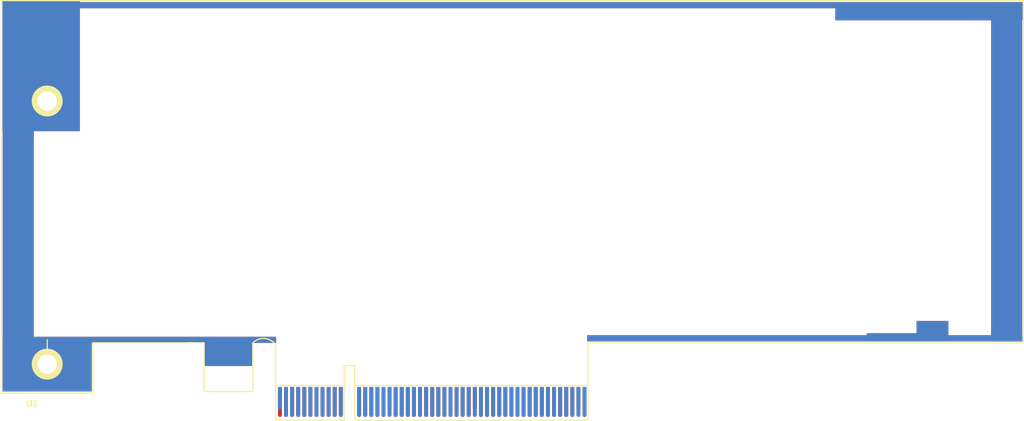
<source format=kicad_pcb>
(kicad_pcb (version 3) (host pcbnew "(2013-07-07 BZR 4022)-stable")

  (general
    (links 0)
    (no_connects 0)
    (area 88.498214 27.98144 338.975375 223.669939)
    (thickness 1.6)
    (drawings 0)
    (tracks 0)
    (zones 0)
    (modules 1)
    (nets 1)
  )

  (page A3)
  (layers
    (15 F.Cu signal)
    (0 B.Cu signal)
    (16 B.Adhes user)
    (17 F.Adhes user)
    (18 B.Paste user)
    (19 F.Paste user)
    (20 B.SilkS user)
    (21 F.SilkS user)
    (22 B.Mask user)
    (23 F.Mask user)
    (24 Dwgs.User user)
    (25 Cmts.User user)
    (26 Eco1.User user)
    (27 Eco2.User user)
    (28 Edge.Cuts user)
  )

  (setup
    (last_trace_width 0.254)
    (trace_clearance 0.254)
    (zone_clearance 0.508)
    (zone_45_only no)
    (trace_min 0.254)
    (segment_width 0.2)
    (edge_width 0.1)
    (via_size 0.889)
    (via_drill 0.635)
    (via_min_size 0.889)
    (via_min_drill 0.508)
    (uvia_size 0.508)
    (uvia_drill 0.127)
    (uvias_allowed no)
    (uvia_min_size 0.508)
    (uvia_min_drill 0.127)
    (pcb_text_width 0.3)
    (pcb_text_size 1.5 1.5)
    (mod_edge_width 0.2)
    (mod_text_size 1 1)
    (mod_text_width 0.15)
    (pad_size 8 4.8)
    (pad_drill 0.6)
    (pad_to_mask_clearance 0)
    (aux_axis_origin 0 0)
    (visible_elements 7FFFFFFF)
    (pcbplotparams
      (layerselection 3178497)
      (usegerberextensions true)
      (excludeedgelayer true)
      (linewidth 0.150000)
      (plotframeref false)
      (viasonmask false)
      (mode 1)
      (useauxorigin false)
      (hpglpennumber 1)
      (hpglpenspeed 20)
      (hpglpendiameter 15)
      (hpglpenoverlay 2)
      (psnegative false)
      (psa4output false)
      (plotreference true)
      (plotvalue true)
      (plotothertext true)
      (plotinvisibletext false)
      (padsonsilk false)
      (subtractmaskfromsilk false)
      (outputformat 1)
      (mirror false)
      (drillshape 1)
      (scaleselection 1)
      (outputdirectory ""))
  )

  (net 0 "")

  (net_class Default "This is the default net class."
    (clearance 0.254)
    (trace_width 0.254)
    (via_dia 0.889)
    (via_drill 0.635)
    (uvia_dia 0.508)
    (uvia_drill 0.127)
    (add_net "")
  )

  (module TOFE_8X_HalfHeight (layer F.Cu) (tedit 561E207C) (tstamp 561E2BAD)
    (at 148.40966 164.6428)
    (path /5603FC64)
    (fp_text reference U? (at 5 1.75) (layer F.SilkS)
      (effects (font (size 1.016 1.016) (thickness 0.254)))
    )
    (fp_text value TOFE_Expansion_Board_8x_HalfHeight (at 27.3685 -11.3665) (layer F.SilkS) hide
      (effects (font (size 1.016 1.016) (thickness 0.254)))
    )
    (fp_line (start 7.5 -4.75) (end 7.5 -8.75) (layer F.SilkS) (width 0.2))
    (fp_line (start 167.75 -64) (end 167.75 -64.5) (layer F.SilkS) (width 0.2))
    (fp_line (start 167.75 -64.5) (end 159 -64.5) (layer F.SilkS) (width 0.2))
    (fp_line (start 159 -64.5) (end 143.75 -64.5) (layer F.SilkS) (width 0.2))
    (fp_line (start 143.75 -64.5) (end 0 -64.5) (layer F.SilkS) (width 0.2))
    (fp_line (start 0 -64.5) (end 0 -64) (layer F.SilkS) (width 0.2))
    (fp_line (start 167.75 -8.25) (end 167.75 -64.25) (layer F.SilkS) (width 0.2))
    (fp_line (start 0 0) (end 0 -64.4) (layer F.SilkS) (width 0.2))
    (fp_line (start 167.5 -8.25) (end 167.75 -8.25) (layer F.SilkS) (width 0.2))
    (fp_line (start 167.75 -8.25) (end 167.75 -8.55) (layer F.SilkS) (width 0.2))
    (fp_line (start 45 4.5) (end 45 -2.5) (layer F.SilkS) (width 0.2))
    (fp_line (start 45 -2.5) (end 45 -8) (layer F.SilkS) (width 0.2))
    (fp_line (start 45 -8) (end 44.75 -8.25) (layer F.SilkS) (width 0.2))
    (fp_arc (start 43 -6.5) (end 41.25 -8.25) (angle 90) (layer F.SilkS) (width 0.2))
    (fp_line (start 96.25 -8.25) (end 167.5 -8.25) (layer F.SilkS) (width 0.2))
    (fp_line (start 96.25 -0.75) (end 96.25 -8.25) (layer F.SilkS) (width 0.2))
    (fp_line (start 33.25 -0.25) (end 41.25 -0.25) (layer F.SilkS) (width 0.2))
    (fp_line (start 41.25 -2) (end 41.25 -0.25) (layer F.SilkS) (width 0.2))
    (fp_line (start 41.25 -2) (end 41.25 -8.25) (layer F.SilkS) (width 0.2))
    (fp_line (start 33.25 -0.25) (end 33.25 -8.25) (layer F.SilkS) (width 0.2))
    (fp_line (start 33.25 -8.25) (end 30.75 -8.25) (layer F.SilkS) (width 0.2))
    (fp_line (start 31.5 -8.25) (end 31 -8.25) (layer F.SilkS) (width 0.2))
    (fp_line (start 0 -0.25) (end 0 0) (layer F.SilkS) (width 0.2))
    (fp_line (start 0 0) (end 15 0) (layer F.SilkS) (width 0.2))
    (fp_line (start 15 0) (end 15 -0.25) (layer F.SilkS) (width 0.2))
    (fp_line (start 15 -0.25) (end 15 -8.25) (layer F.SilkS) (width 0.2))
    (fp_line (start 15 -8.25) (end 31.25 -8.25) (layer F.SilkS) (width 0.2))
    (fp_line (start 96.25 -1.25) (end 58 -1.25) (layer F.SilkS) (width 0.2))
    (fp_line (start 96.25 4.5) (end 96.25 -1.25) (layer F.SilkS) (width 0.2))
    (fp_line (start 58 4.5) (end 96.25 4.5) (layer F.SilkS) (width 0.2))
    (fp_line (start 58 -4.5) (end 58 4.5) (layer F.SilkS) (width 0.2))
    (fp_line (start 56.25 -4.5) (end 58 -4.5) (layer F.SilkS) (width 0.2))
    (fp_line (start 56.25 -4.5) (end 56.25 4.5) (layer F.SilkS) (width 0.2))
    (fp_line (start 56.25 -1.25) (end 45 -1.25) (layer F.SilkS) (width 0.2))
    (fp_line (start 45 4.5) (end 56.25 4.5) (layer F.SilkS) (width 0.2))
    (pad "" connect circle (at 64.6996 3.60124) (size 0.65024 0.65024)
      (layers F.Cu F.Mask)
    )
    (pad B1 connect rect (at 45.7004 1.3) (size 0.65024 4.59994)
      (layers F.Cu B.Mask)
    )
    (pad B2 connect rect (at 46.70116 1.3) (size 0.65024 4.59994)
      (layers F.Cu B.Mask)
    )
    (pad B3 connect rect (at 47.69938 1.3) (size 0.65024 4.59994)
      (layers F.Cu B.Mask)
    )
    (pad B4 connect rect (at 48.70014 1.3) (size 0.65024 4.59994)
      (layers F.Cu B.Mask)
    )
    (pad B5 connect rect (at 49.7009 1.3) (size 0.65024 4.59994)
      (layers F.Cu B.Mask)
    )
    (pad B6 connect rect (at 50.69912 1.3) (size 0.65024 4.59994)
      (layers F.Cu B.Mask)
    )
    (pad B7 connect rect (at 51.69988 1.3) (size 0.65024 4.59994)
      (layers F.Cu B.Mask)
    )
    (pad B8 connect rect (at 52.70064 1.3) (size 0.65024 4.59994)
      (layers F.Cu B.Mask)
    )
    (pad B9 connect rect (at 53.69886 1.3) (size 0.65024 4.59994)
      (layers F.Cu B.Mask)
    )
    (pad B10 connect rect (at 54.69962 1.3) (size 0.65024 4.59994)
      (layers F.Cu B.Mask)
    )
    (pad B11 connect rect (at 55.70038 1.3) (size 0.65024 4.59994)
      (layers F.Cu B.Mask)
    )
    (pad B14 connect rect (at 60.6991 1.3) (size 0.65024 4.59994)
      (layers F.Cu B.Mask)
    )
    (pad B15 connect rect (at 61.69986 1.3) (size 0.65024 4.59994)
      (layers F.Cu B.Mask)
    )
    (pad B16 connect rect (at 62.70062 1.3) (size 0.65024 4.59994)
      (layers F.Cu B.Mask)
    )
    (pad B17 connect rect (at 63.69884 0.79962) (size 0.65024 3.59918)
      (layers F.Cu B.Mask)
    )
    (pad B18 connect rect (at 64.6996 1.3) (size 0.65024 4.59994)
      (layers F.Cu B.Mask)
    )
    (pad B12 connect rect (at 58.70012 1.3) (size 0.65024 4.59994)
      (layers F.Cu B.Mask)
    )
    (pad B13 connect rect (at 59.70088 1.3) (size 0.65024 4.59994)
      (layers F.Cu B.Mask)
    )
    (pad A1 connect rect (at 45.7004 0.79962) (size 0.65024 3.59918)
      (layers B.Cu B.Mask)
    )
    (pad A2 connect rect (at 46.70116 1.3) (size 0.65024 4.59994)
      (layers B.Cu B.Mask)
    )
    (pad A3 connect rect (at 47.69938 1.3) (size 0.65024 4.59994)
      (layers B.Cu B.Mask)
    )
    (pad A4 connect rect (at 48.70014 1.3) (size 0.65024 4.59994)
      (layers B.Cu B.Mask)
    )
    (pad A5 connect rect (at 49.7009 1.3) (size 0.65024 4.59994)
      (layers B.Cu B.Mask)
    )
    (pad A6 connect rect (at 50.69912 1.3) (size 0.65024 4.59994)
      (layers B.Cu B.Mask)
    )
    (pad A7 connect rect (at 51.69988 1.3) (size 0.65024 4.59994)
      (layers B.Cu B.Mask)
    )
    (pad A8 connect rect (at 52.70064 1.3) (size 0.65024 4.59994)
      (layers B.Cu B.Mask)
    )
    (pad A9 connect rect (at 53.69886 1.3) (size 0.65024 4.59994)
      (layers B.Cu B.Mask)
    )
    (pad A10 connect rect (at 54.69962 1.3) (size 0.65024 4.59994)
      (layers B.Cu B.Mask)
    )
    (pad A11 connect rect (at 55.70038 1.3) (size 0.65024 4.59994)
      (layers B.Cu B.Mask)
    )
    (pad A14 connect rect (at 60.6991 1.3) (size 0.65024 4.59994)
      (layers B.Cu B.Mask)
    )
    (pad A15 connect rect (at 61.69986 1.3) (size 0.65024 4.59994)
      (layers B.Cu B.Mask)
    )
    (pad A16 connect rect (at 62.70062 1.3) (size 0.65024 4.59994)
      (layers B.Cu B.Mask)
    )
    (pad A17 connect rect (at 63.69884 1.3) (size 0.65024 4.59994)
      (layers B.Cu B.Mask)
    )
    (pad A18 connect rect (at 64.7 1.3) (size 0.65024 4.59994)
      (layers B.Cu B.Mask)
    )
    (pad A12 connect rect (at 58.70012 1.3) (size 0.65024 4.59994)
      (layers B.Cu B.Mask)
    )
    (pad A13 connect rect (at 59.70088 1.3) (size 0.65024 4.59994)
      (layers B.Cu B.Mask)
    )
    (pad "" connect circle (at 47.69938 3.60124) (size 0.65024 0.65024)
      (layers F.Cu F.Mask)
    )
    (pad "" connect circle (at 48.70014 3.60124) (size 0.65024 0.65024)
      (layers F.Cu F.Mask)
    )
    (pad "" connect circle (at 49.7009 3.60124) (size 0.65024 0.65024)
      (layers F.Cu F.Mask)
    )
    (pad "" connect circle (at 50.69912 3.60124) (size 0.65024 0.65024)
      (layers F.Cu F.Mask)
    )
    (pad "" connect circle (at 51.69988 3.60124) (size 0.65024 0.65024)
      (layers F.Cu F.Mask)
    )
    (pad "" connect circle (at 52.70064 3.60124) (size 0.65024 0.65024)
      (layers F.Cu F.Mask)
    )
    (pad "" connect circle (at 53.69886 3.60124) (size 0.65024 0.65024)
      (layers F.Cu F.Mask)
    )
    (pad "" connect circle (at 54.69962 3.60124) (size 0.65024 0.65024)
      (layers F.Cu F.Mask)
    )
    (pad "" connect circle (at 55.70038 3.60124) (size 0.65024 0.65024)
      (layers F.Cu F.Mask)
    )
    (pad "" connect circle (at 45.7004 3.60124) (size 0.65024 0.65024)
      (layers F.Cu F.Mask)
    )
    (pad "" connect circle (at 58.70012 3.60124) (size 0.65024 0.65024)
      (layers F.Cu F.Mask)
    )
    (pad "" connect circle (at 59.70088 3.60124) (size 0.65024 0.65024)
      (layers F.Cu F.Mask)
    )
    (pad "" connect circle (at 60.6991 3.60124) (size 0.65024 0.65024)
      (layers F.Cu F.Mask)
    )
    (pad "" connect circle (at 61.69986 3.60124) (size 0.65024 0.65024)
      (layers F.Cu F.Mask)
    )
    (pad "" connect circle (at 62.70062 3.60124) (size 0.65024 0.65024)
      (layers F.Cu F.Mask)
    )
    (pad "" connect circle (at 46.70116 3.60124) (size 0.65024 0.65024)
      (layers F.Cu F.Mask)
    )
    (pad "" connect oval (at 48.70014 3.60124 90) (size 0.65024 0.65024)
      (layers B.Cu B.Mask)
    )
    (pad "" connect oval (at 49.7009 3.60124 90) (size 0.65024 0.65024)
      (layers B.Cu B.Mask)
    )
    (pad "" connect oval (at 50.69912 3.60124 90) (size 0.65024 0.65024)
      (layers B.Cu B.Mask)
    )
    (pad "" connect oval (at 51.69988 3.60124 90) (size 0.65024 0.65024)
      (layers B.Cu B.Mask)
    )
    (pad "" connect oval (at 52.70064 3.60124 90) (size 0.65024 0.65024)
      (layers B.Cu B.Mask)
    )
    (pad "" connect oval (at 53.69886 3.60124 90) (size 0.65024 0.65024)
      (layers B.Cu B.Mask)
    )
    (pad "" connect oval (at 54.69962 3.60124 90) (size 0.65024 0.65024)
      (layers B.Cu B.Mask)
    )
    (pad "" connect oval (at 60.6991 3.60124 90) (size 0.65024 0.65024)
      (layers B.Cu B.Mask)
    )
    (pad "" connect oval (at 61.69986 3.60124 90) (size 0.65024 0.65024)
      (layers B.Cu B.Mask)
    )
    (pad "" connect oval (at 47.69938 3.60124 90) (size 0.65024 0.65024)
      (layers B.Cu B.Mask)
    )
    (pad "" connect oval (at 59.70088 3.60124 90) (size 0.65024 0.65024)
      (layers B.Cu B.Mask)
    )
    (pad "" connect oval (at 62.70062 3.60124 90) (size 0.65024 0.65024)
      (layers B.Cu B.Mask)
    )
    (pad "" connect oval (at 55.70038 3.60124 90) (size 0.65024 0.65024)
      (layers B.Cu B.Mask)
    )
    (pad "" connect oval (at 58.70012 3.60124 90) (size 0.65024 0.65024)
      (layers B.Cu B.Mask)
    )
    (pad "" connect oval (at 63.69884 3.60124 90) (size 0.65024 0.65024)
      (layers B.Cu B.Mask)
    )
    (pad "" connect oval (at 64.6996 3.60124 90) (size 0.65024 0.65024)
      (layers B.Cu B.Mask)
    )
    (pad "" connect oval (at 46.70116 3.60124 90) (size 0.65024 0.65024)
      (layers B.Cu B.Mask)
    )
    (pad B19 connect rect (at 65.7 1.3) (size 0.65024 4.59994)
      (layers F.Cu B.Mask)
    )
    (pad A19 connect rect (at 65.7 1.3) (size 0.65024 4.59994)
      (layers B.Cu B.Mask)
    )
    (pad A20 connect rect (at 66.7 1.3) (size 0.65024 4.59994)
      (layers B.Cu B.Mask)
    )
    (pad A21 connect rect (at 67.7 1.3) (size 0.65024 4.59994)
      (layers B.Cu B.Mask)
    )
    (pad A22 connect rect (at 68.7 1.3) (size 0.65024 4.59994)
      (layers B.Cu B.Mask)
    )
    (pad A23 connect rect (at 69.7 1.3) (size 0.65024 4.59994)
      (layers B.Cu B.Mask)
    )
    (pad A24 connect rect (at 70.7 1.3) (size 0.65024 4.59994)
      (layers B.Cu B.Mask)
    )
    (pad A25 connect rect (at 71.7 1.3) (size 0.65024 4.59994)
      (layers B.Cu B.Mask)
    )
    (pad A26 connect rect (at 72.7 1.3) (size 0.65024 4.59994)
      (layers B.Cu B.Mask)
    )
    (pad A27 connect rect (at 73.7 1.3) (size 0.65024 4.59994)
      (layers B.Cu B.Mask)
    )
    (pad A28 connect rect (at 74.7 1.3) (size 0.65024 4.59994)
      (layers B.Cu B.Mask)
    )
    (pad A29 connect rect (at 75.7 1.3) (size 0.65024 4.59994)
      (layers B.Cu B.Mask)
    )
    (pad A30 connect rect (at 76.7 1.3) (size 0.65024 4.59994)
      (layers B.Cu B.Mask)
    )
    (pad A31 connect rect (at 77.7 1.3) (size 0.65024 4.59994)
      (layers B.Cu B.Mask)
    )
    (pad A32 connect rect (at 78.7 1.3) (size 0.65024 4.59994)
      (layers B.Cu B.Mask)
    )
    (pad A33 connect rect (at 79.7 1.3) (size 0.65024 4.59994)
      (layers B.Cu B.Mask)
    )
    (pad A34 connect rect (at 80.7 1.3) (size 0.65024 4.59994)
      (layers B.Cu B.Mask)
    )
    (pad A35 connect rect (at 81.7 1.3) (size 0.65024 4.59994)
      (layers B.Cu B.Mask)
    )
    (pad A36 connect rect (at 82.7 1.3) (size 0.65024 4.59994)
      (layers B.Cu B.Mask)
    )
    (pad A37 connect rect (at 83.7 1.3) (size 0.65024 4.59994)
      (layers B.Cu B.Mask)
    )
    (pad A38 connect rect (at 84.7 1.3) (size 0.65024 4.59994)
      (layers B.Cu B.Mask)
    )
    (pad A39 connect rect (at 85.7 1.3) (size 0.65024 4.59994)
      (layers B.Cu B.Mask)
    )
    (pad A40 connect rect (at 86.7 1.3) (size 0.65024 4.59994)
      (layers B.Cu B.Mask)
    )
    (pad A41 connect rect (at 87.7 1.3) (size 0.65024 4.59994)
      (layers B.Cu B.Mask)
    )
    (pad A42 connect rect (at 88.7 1.3) (size 0.65024 4.59994)
      (layers B.Cu B.Mask)
    )
    (pad A43 connect rect (at 89.7 1.3) (size 0.65024 4.59994)
      (layers B.Cu B.Mask)
    )
    (pad A44 connect rect (at 90.7 1.3) (size 0.65024 4.59994)
      (layers B.Cu B.Mask)
    )
    (pad A45 connect rect (at 91.7 1.3) (size 0.65024 4.59994)
      (layers B.Cu B.Mask)
    )
    (pad A46 connect rect (at 92.7 1.3) (size 0.65024 4.59994)
      (layers B.Cu B.Mask)
    )
    (pad A47 connect rect (at 93.7 1.3) (size 0.65024 4.59994)
      (layers B.Cu B.Mask)
    )
    (pad A48 connect rect (at 94.7 1.3) (size 0.65024 4.59994)
      (layers B.Cu B.Mask)
    )
    (pad A49 connect rect (at 95.7 1.3) (size 0.65024 4.59994)
      (layers B.Cu B.Mask)
    )
    (pad B20 connect rect (at 66.7 1.3) (size 0.65024 4.59994)
      (layers F.Cu B.Mask)
    )
    (pad B21 connect rect (at 67.7 1.3) (size 0.65024 4.59994)
      (layers F.Cu B.Mask)
    )
    (pad B22 connect rect (at 68.7 1.3) (size 0.65024 4.59994)
      (layers F.Cu B.Mask)
    )
    (pad B23 connect rect (at 69.7 1.3) (size 0.65024 4.59994)
      (layers F.Cu B.Mask)
    )
    (pad B24 connect rect (at 70.7 1.3) (size 0.65024 4.59994)
      (layers F.Cu B.Mask)
    )
    (pad B25 connect rect (at 71.7 1.3) (size 0.65024 4.59994)
      (layers F.Cu B.Mask)
    )
    (pad B26 connect rect (at 72.7 1.3) (size 0.65024 4.59994)
      (layers F.Cu B.Mask)
    )
    (pad B27 connect rect (at 73.7 1.3) (size 0.65024 4.59994)
      (layers F.Cu B.Mask)
    )
    (pad B28 connect rect (at 74.7 1.3) (size 0.65024 4.59994)
      (layers F.Cu B.Mask)
    )
    (pad B29 connect rect (at 75.7 1.3) (size 0.65024 4.59994)
      (layers F.Cu B.Mask)
    )
    (pad B30 connect rect (at 76.7 1.3) (size 0.65024 4.59994)
      (layers F.Cu B.Mask)
    )
    (pad B31 connect rect (at 77.7 0.8) (size 0.65024 3.59918)
      (layers F.Cu B.Mask)
    )
    (pad B32 connect rect (at 78.7 1.3) (size 0.65024 4.59994)
      (layers F.Cu B.Mask)
    )
    (pad B33 connect rect (at 79.7 1.3) (size 0.65024 4.59994)
      (layers F.Cu B.Mask)
    )
    (pad B34 connect rect (at 80.7 1.3) (size 0.65024 4.59994)
      (layers F.Cu B.Mask)
    )
    (pad B35 connect rect (at 81.7 1.3) (size 0.65024 4.59994)
      (layers F.Cu B.Mask)
    )
    (pad B36 connect rect (at 82.7 1.3) (size 0.65024 4.59994)
      (layers F.Cu B.Mask)
    )
    (pad B37 connect rect (at 83.7 1.3) (size 0.65024 4.59994)
      (layers F.Cu B.Mask)
    )
    (pad B38 connect rect (at 84.7 1.3) (size 0.65024 4.59994)
      (layers F.Cu B.Mask)
    )
    (pad B39 connect rect (at 85.7 1.3) (size 0.65024 4.59994)
      (layers F.Cu B.Mask)
    )
    (pad B40 connect rect (at 86.7 1.3) (size 0.65024 4.59994)
      (layers F.Cu B.Mask)
    )
    (pad B41 connect rect (at 87.7 1.3) (size 0.65024 4.59994)
      (layers F.Cu B.Mask)
    )
    (pad B42 connect rect (at 88.7 1.3) (size 0.65024 4.59994)
      (layers F.Cu B.Mask)
    )
    (pad B43 connect rect (at 89.7 1.3) (size 0.65024 4.59994)
      (layers F.Cu B.Mask)
    )
    (pad B44 connect rect (at 90.7 1.3) (size 0.65024 4.59994)
      (layers F.Cu B.Mask)
    )
    (pad B45 connect rect (at 91.7 1.3) (size 0.65024 4.59994)
      (layers F.Cu B.Mask)
    )
    (pad B46 connect rect (at 92.7 1.3) (size 0.65024 4.59994)
      (layers F.Cu B.Mask)
    )
    (pad B47 connect rect (at 93.7 1.3) (size 0.65024 4.59994)
      (layers F.Cu B.Mask)
    )
    (pad B48 connect rect (at 94.7 0.8) (size 0.65024 3.59918)
      (layers F.Cu B.Mask)
    )
    (pad B49 connect rect (at 95.7 1.3) (size 0.65024 4.59994)
      (layers F.Cu B.Mask)
    )
    (pad "" connect oval (at 65.7 3.60124) (size 0.65024 0.65024)
      (layers F.Cu B.Mask)
    )
    (pad "" connect oval (at 66.7 3.60124) (size 0.65024 0.65024)
      (layers F.Cu B.Mask)
    )
    (pad "" connect oval (at 67.7 3.60124) (size 0.65024 0.65024)
      (layers F.Cu B.Mask)
    )
    (pad "" connect oval (at 68.7 3.60124) (size 0.65024 0.65024)
      (layers F.Cu B.Mask)
    )
    (pad "" connect oval (at 69.7 3.60124) (size 0.65024 0.65024)
      (layers F.Cu B.Mask)
    )
    (pad "" connect oval (at 70.7 3.60124) (size 0.65024 0.65024)
      (layers F.Cu B.Mask)
    )
    (pad "" connect oval (at 71.7 3.60124) (size 0.65024 0.65024)
      (layers F.Cu B.Mask)
    )
    (pad "" connect oval (at 72.7 3.60124) (size 0.65024 0.65024)
      (layers F.Cu B.Mask)
    )
    (pad "" connect oval (at 90.7 3.60124) (size 0.65024 0.65024)
      (layers F.Cu B.Mask)
    )
    (pad "" connect oval (at 73.7 3.60124) (size 0.65024 0.65024)
      (layers F.Cu B.Mask)
    )
    (pad "" connect oval (at 74.7 3.60124) (size 0.65024 0.65024)
      (layers F.Cu B.Mask)
    )
    (pad "" connect oval (at 75.7 3.60124) (size 0.65024 0.65024)
      (layers F.Cu B.Mask)
    )
    (pad "" connect oval (at 76.7 3.60124) (size 0.65024 0.65024)
      (layers F.Cu B.Mask)
    )
    (pad "" connect oval (at 78.7 3.60124) (size 0.65024 0.65024)
      (layers F.Cu B.Mask)
    )
    (pad "" connect oval (at 79.7 3.60124) (size 0.65024 0.65024)
      (layers F.Cu B.Mask)
    )
    (pad "" connect oval (at 80.7 3.60124) (size 0.65024 0.65024)
      (layers F.Cu B.Mask)
    )
    (pad "" connect oval (at 81.7 3.60124) (size 0.65024 0.65024)
      (layers F.Cu B.Mask)
    )
    (pad "" connect oval (at 82.7 3.60124) (size 0.65024 0.65024)
      (layers F.Cu B.Mask)
    )
    (pad "" connect oval (at 91.7 3.60124) (size 0.65024 0.65024)
      (layers F.Cu B.Mask)
    )
    (pad "" connect oval (at 83.7 3.60124) (size 0.65024 0.65024)
      (layers F.Cu B.Mask)
    )
    (pad "" connect oval (at 84.7 3.60124) (size 0.65024 0.65024)
      (layers F.Cu B.Mask)
    )
    (pad "" connect oval (at 85.7 3.60124) (size 0.65024 0.65024)
      (layers F.Cu B.Mask)
    )
    (pad "" connect oval (at 86.7 3.60124) (size 0.65024 0.65024)
      (layers F.Cu B.Mask)
    )
    (pad "" connect oval (at 87.7 3.60124) (size 0.65024 0.65024)
      (layers F.Cu B.Mask)
    )
    (pad "" connect oval (at 88.7 3.60124) (size 0.65024 0.65024)
      (layers F.Cu B.Mask)
    )
    (pad "" connect oval (at 89.7 3.60124) (size 0.65024 0.65024)
      (layers F.Cu B.Mask)
    )
    (pad "" connect oval (at 92.7 3.60124) (size 0.65024 0.65024)
      (layers F.Cu B.Mask)
    )
    (pad "" connect oval (at 93.7 3.60124) (size 0.65024 0.65024)
      (layers F.Cu B.Mask)
    )
    (pad "" connect oval (at 95.7 3.60124) (size 0.65024 0.65024)
      (layers F.Cu B.Mask)
    )
    (pad "" connect oval (at 65.7 3.60124 90) (size 0.65024 0.65024)
      (layers B.Cu B.Mask)
    )
    (pad "" connect oval (at 66.7 3.60124 90) (size 0.65024 0.65024)
      (layers B.Cu B.Mask)
    )
    (pad "" connect oval (at 67.7 3.60124 90) (size 0.65024 0.65024)
      (layers B.Cu B.Mask)
    )
    (pad "" connect oval (at 68.7 3.60124 90) (size 0.65024 0.65024)
      (layers B.Cu B.Mask)
    )
    (pad "" connect oval (at 69.7 3.60124 90) (size 0.65024 0.65024)
      (layers B.Cu B.Mask)
    )
    (pad "" connect oval (at 70.7 3.60124 90) (size 0.65024 0.65024)
      (layers B.Cu B.Mask)
    )
    (pad "" connect oval (at 71.7 3.60124 90) (size 0.65024 0.65024)
      (layers B.Cu B.Mask)
    )
    (pad "" connect oval (at 72.7 3.60124 90) (size 0.65024 0.65024)
      (layers B.Cu B.Mask)
    )
    (pad "" connect oval (at 73.7 3.60124 90) (size 0.65024 0.65024)
      (layers B.Cu B.Mask)
    )
    (pad "" connect oval (at 74.7 3.60124 90) (size 0.65024 0.65024)
      (layers B.Cu B.Mask)
    )
    (pad "" connect oval (at 75.7 3.60124 90) (size 0.65024 0.65024)
      (layers B.Cu B.Mask)
    )
    (pad "" connect oval (at 76.7 3.60124 90) (size 0.65024 0.65024)
      (layers B.Cu B.Mask)
    )
    (pad "" connect oval (at 77.7 3.60124 90) (size 0.65024 0.65024)
      (layers B.Cu B.Mask)
    )
    (pad "" connect oval (at 78.7 3.60124 90) (size 0.65024 0.65024)
      (layers B.Cu B.Mask)
    )
    (pad "" connect oval (at 79.7 3.60124 90) (size 0.65024 0.65024)
      (layers B.Cu B.Mask)
    )
    (pad "" connect oval (at 80.7 3.60124 90) (size 0.65024 0.65024)
      (layers B.Cu B.Mask)
    )
    (pad "" connect oval (at 81.7 3.60124 90) (size 0.65024 0.65024)
      (layers B.Cu B.Mask)
    )
    (pad "" connect oval (at 82.7 3.60124 90) (size 0.65024 0.65024)
      (layers B.Cu B.Mask)
    )
    (pad "" connect oval (at 83.7 3.60124 90) (size 0.65024 0.65024)
      (layers B.Cu B.Mask)
    )
    (pad "" connect oval (at 84.7 3.60124 90) (size 0.65024 0.65024)
      (layers B.Cu B.Mask)
    )
    (pad "" connect oval (at 85.7 3.60124 90) (size 0.65024 0.65024)
      (layers B.Cu B.Mask)
    )
    (pad "" connect oval (at 86.7 3.60124 90) (size 0.65024 0.65024)
      (layers B.Cu B.Mask)
    )
    (pad "" connect oval (at 87.7 3.60124 90) (size 0.65024 0.65024)
      (layers B.Cu B.Mask)
    )
    (pad "" connect oval (at 88.7 3.60124 90) (size 0.65024 0.65024)
      (layers B.Cu B.Mask)
    )
    (pad "" connect oval (at 89.7 3.60124 90) (size 0.65024 0.65024)
      (layers B.Cu B.Mask)
    )
    (pad "" connect oval (at 90.7 3.60124 90) (size 0.65024 0.65024)
      (layers B.Cu B.Mask)
    )
    (pad "" connect oval (at 91.7 3.60124 90) (size 0.65024 0.65024)
      (layers B.Cu B.Mask)
    )
    (pad "" connect oval (at 92.7 3.60124 90) (size 0.65024 0.65024)
      (layers B.Cu B.Mask)
    )
    (pad "" connect oval (at 93.7 3.60124 90) (size 0.65024 0.65024)
      (layers B.Cu B.Mask)
    )
    (pad "" connect oval (at 94.7 3.60124 90) (size 0.65024 0.65024)
      (layers B.Cu B.Mask)
    )
    (pad "" connect oval (at 95.7 3.60124 90) (size 0.65024 0.65024)
      (layers B.Cu B.Mask)
    )
    (pad "" smd rect (at 6.5 -53.75) (size 12.7 21.4)
      (layers F.Cu F.Paste F.Mask)
    )
    (pad "" smd rect (at 7.5 -4.75) (size 14.6 9)
      (layers F.Cu F.Paste F.Mask)
    )
    (pad "" smd rect (at 74.75 -63.75) (size 125 1)
      (layers F.Cu F.Paste F.Mask)
    )
    (pad "" smd rect (at 152.25 -62.75) (size 30.75 3)
      (layers F.Cu F.Paste F.Mask)
    )
    (pad "" smd rect (at 165 -36.75) (size 5.08 55)
      (layers F.Cu F.Paste F.Mask)
    )
    (pad "" smd rect (at 131.875 -9) (size 71.45 1)
      (layers F.Cu F.Paste F.Mask)
    )
    (pad "" smd rect (at 2.75 -32.25) (size 5.08 64)
      (layers F.Cu F.Paste F.Mask)
    )
    (pad "" smd rect (at 24.5 -8.75) (size 19.5 1)
      (layers F.Cu F.Paste F.Mask)
    )
    (pad "" smd rect (at 37.325 -6.85) (size 8 4.8)
      (layers F.Cu F.Paste F.Mask)
    )
    (pad "" smd rect (at 6.5 -53.75) (size 12.7 21.4)
      (layers B.Cu F.Paste F.Mask)
    )
    (pad "" smd rect (at 75 -63.75) (size 125 1)
      (layers B.Cu F.Paste F.Mask)
    )
    (pad "" smd rect (at 152.25 -62.75) (size 30.75 3)
      (layers B.Cu F.Paste F.Mask)
    )
    (pad "" smd rect (at 165 -36) (size 5.08 55)
      (layers B.Cu F.Paste F.Mask)
    )
    (pad "" smd rect (at 131.875 -9) (size 71.45 1)
      (layers B.Cu F.Paste F.Mask)
    )
    (pad "" smd rect (at 7.5 -4.75) (size 14.6 9)
      (layers B.Cu F.Paste F.Mask)
    )
    (pad "" smd rect (at 24.5 -8.75) (size 19.5 1)
      (layers B.Cu F.Paste F.Mask)
    )
    (pad "" smd rect (at 37.325 -6.85) (size 8 4.8)
      (layers B.Cu F.Paste F.Mask)
    )
    (pad "" smd rect (at 43.075 -8.75) (size 4 1)
      (layers B.Cu F.Paste F.Mask)
    )
    (pad "" smd rect (at 43.075 -8.75) (size 4 1)
      (layers F.Cu F.Paste F.Mask)
    )
    (pad "" thru_hole circle (at 7.5 -4.75) (size 5.08 5.08) (drill 3.18)
      (layers *.Cu *.Mask F.SilkS)
    )
    (pad "" smd rect (at 146.12 -9.67) (size 8.15 0.35)
      (layers F.Cu F.Paste F.Mask)
    )
    (pad "" smd rect (at 146.12 -9.67) (size 8.15 0.35)
      (layers B.Cu F.Paste F.Mask)
    )
    (pad "" smd rect (at 152.82 -10.67) (size 5.25 2.35)
      (layers B.Cu F.Paste F.Mask)
    )
    (pad "" smd rect (at 152.82 -10.67) (size 5.25 2.35)
      (layers F.Cu F.Paste F.Mask)
    )
    (pad "" smd rect (at 2.75 -32.25) (size 5.08 64)
      (layers B.Cu F.Paste F.Mask)
    )
    (pad "" thru_hole circle (at 7.5 -48) (size 5.08 5.08) (drill 3.18)
      (layers *.Cu *.Mask F.SilkS)
    )
  )

)

</source>
